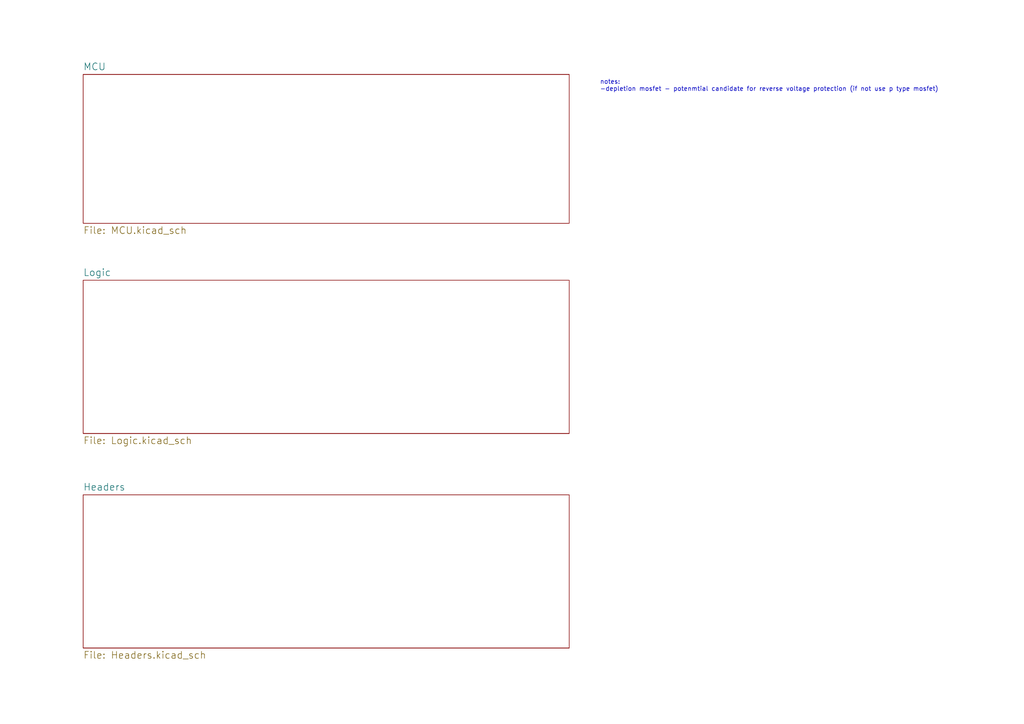
<source format=kicad_sch>
(kicad_sch
	(version 20231120)
	(generator "eeschema")
	(generator_version "8.0")
	(uuid "ed58d858-d9f9-4504-a982-ccfc7f9efbad")
	(paper "A4")
	(title_block
		(title "ROOT")
		(date "2021-10-17")
		(rev "0.0")
		(company "VORTAC DESIGN")
		(comment 1 "!! wip untested revesion !!")
		(comment 2 "Designed to be used with Klipper Firmware")
		(comment 3 "Canbus Networked Smart Tool Board")
		(comment 4 "-- VORTAC PCB --")
	)
	(lib_symbols)
	(text "notes:\n-depletion mosfet - potenmtial candidate for reverse voltage protection (if not use p type mosfet)"
		(exclude_from_sim no)
		(at 173.99 26.67 0)
		(effects
			(font
				(size 1.27 1.27)
			)
			(justify left bottom)
		)
		(uuid "79fe9f2a-f5b3-4d91-93a3-a36cae5255e8")
	)
	(sheet
		(at 24.13 143.51)
		(size 140.97 44.45)
		(fields_autoplaced yes)
		(stroke
			(width 0)
			(type solid)
		)
		(fill
			(color 0 0 0 0.0000)
		)
		(uuid "00000000-0000-0000-0000-0000613db78d")
		(property "Sheetname" "Headers"
			(at 24.13 142.4301 0)
			(effects
				(font
					(size 2.0066 2.0066)
				)
				(justify left bottom)
			)
		)
		(property "Sheetfile" "Headers.kicad_sch"
			(at 24.13 188.8392 0)
			(effects
				(font
					(size 2.0066 2.0066)
				)
				(justify left top)
			)
		)
		(instances
			(project "VORTAC"
				(path "/ed58d858-d9f9-4504-a982-ccfc7f9efbad"
					(page "4")
				)
			)
		)
	)
	(sheet
		(at 24.13 81.28)
		(size 140.97 44.45)
		(fields_autoplaced yes)
		(stroke
			(width 0)
			(type solid)
		)
		(fill
			(color 0 0 0 0.0000)
		)
		(uuid "00000000-0000-0000-0000-0000613dbe83")
		(property "Sheetname" "Logic"
			(at 24.13 80.2001 0)
			(effects
				(font
					(size 2.0066 2.0066)
				)
				(justify left bottom)
			)
		)
		(property "Sheetfile" "Logic.kicad_sch"
			(at 24.13 126.6092 0)
			(effects
				(font
					(size 2.0066 2.0066)
				)
				(justify left top)
			)
		)
		(instances
			(project "VORTAC"
				(path "/ed58d858-d9f9-4504-a982-ccfc7f9efbad"
					(page "3")
				)
			)
		)
	)
	(sheet
		(at 24.13 21.59)
		(size 140.97 43.18)
		(fields_autoplaced yes)
		(stroke
			(width 0)
			(type solid)
		)
		(fill
			(color 0 0 0 0.0000)
		)
		(uuid "00000000-0000-0000-0000-0000613dc005")
		(property "Sheetname" "MCU"
			(at 24.13 20.5101 0)
			(effects
				(font
					(size 2.0066 2.0066)
				)
				(justify left bottom)
			)
		)
		(property "Sheetfile" "MCU.kicad_sch"
			(at 24.13 65.6492 0)
			(effects
				(font
					(size 2.0066 2.0066)
				)
				(justify left top)
			)
		)
		(instances
			(project "VORTAC"
				(path "/ed58d858-d9f9-4504-a982-ccfc7f9efbad"
					(page "2")
				)
			)
		)
	)
	(sheet_instances
		(path "/"
			(page "1")
		)
	)
)
</source>
